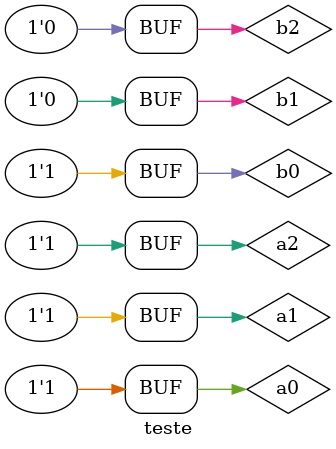
<source format=v>
/*
PUC-Minas - Instituto de Informática
ARQ1 Guia-05
Data de entrega:  30/08-03/09/2010
Nome: Washington Luis de Souza Ramos
Matricula: 407456
Prof.: Theldo Cruz
*/
module fullAdder (s0, c0, a, b, c);

input a, b, c;
output s0, c0;

xor (s1, a, c);
and (c1, a, c);
xor (s0, s1, b);
and (c2, s1, b);
or (c0, c2, c1);

endmodule//fullAdder

module halfAdder (s0, c0, a, b);

input a, b;
output s0, c0;

xor (s0, a, b);
and (c0, a, b);

endmodule//halfAdder

module teste;

reg a0, b0, a1, b1, a2, b2;
wire c0, c1, c2, s0, s1, s2;

halfAdder HA1 (s0, c0, a0, b0);
fullAdder FA1 (s1, c1, c0, a1, b1);
fullAdder FA2 (s2, c2, c1, a2, b2);

initial
begin
$display ("Full-Subtractor Gate Test");
$display ("Exercicio 03");
$display ("\n Nome: Washington Luis \n Matricula: 407456 \n");
$display ("(abc + cde) = resultado, vaiUm\n");

	a2 = 0; a1 = 0; a0 = 0; b2 = 0; b1 = 0; b0 = 0;
$monitor ("(%b%b%b + %b%b%b) = %b%b%b, %b", a2, a1, a0, b2, b1, b0, s2, s1, s0, c2);

#1 a2 = 0; a1 = 0; a0 = 1; b2 = 1; b1 = 0; b0 = 1;
#1 a2 = 0; a1 = 1; a0 = 0; b2 = 0; b1 = 1; b0 = 0;
#1 a2 = 0; a1 = 1; a0 = 1; b2 = 1; b1 = 1; b0 = 0;
#1 a2 = 1; a1 = 0; a0 = 0; b2 = 0; b1 = 0; b0 = 0;
#1 a2 = 1; a1 = 0; a0 = 1; b2 = 0; b1 = 1; b0 = 1;
#1 a2 = 1; a1 = 1; a0 = 0; b2 = 0; b1 = 0; b0 = 0;
#1 a2 = 1; a1 = 1; a0 = 1; b2 = 0; b1 = 0; b0 = 1;

end

endmodule//teste
</source>
